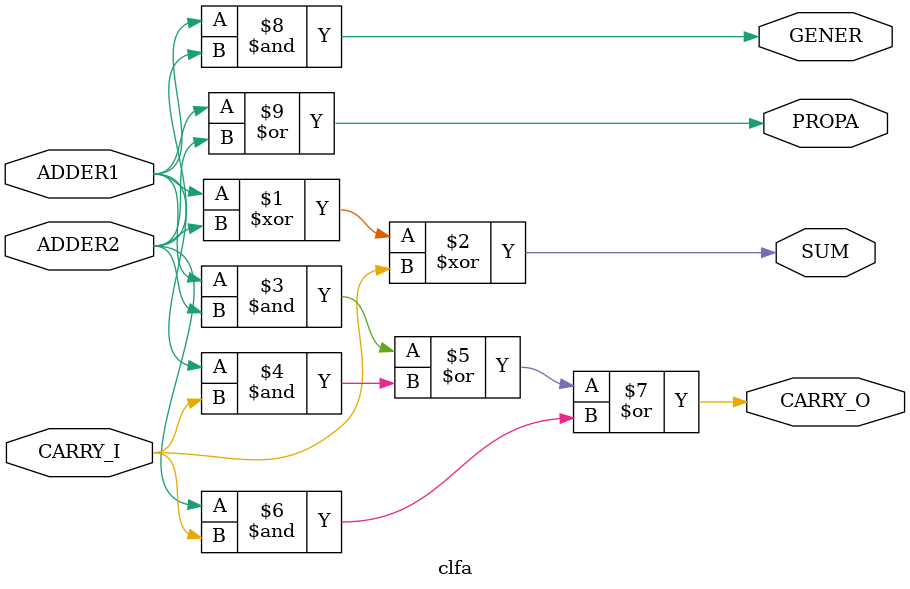
<source format=sv>
`timescale 1ns / 1ps
`include "defines.vh"

/* 1bit先行进位全加器模块 */
module clfa(
    input   logic ADDER1,
    input   logic ADDER2,
    input   logic CARRY_I,
    output  logic GENER,
    output  logic PROPA,
    output  logic SUM,
    output  logic CARRY_O
    );

    assign SUM = ADDER1 ^ ADDER2 ^ CARRY_I;
    assign CARRY_O = (ADDER1 & ADDER2) | (ADDER1 & CARRY_I) | (ADDER2 & CARRY_I);
    assign GENER = ADDER1 & ADDER2;
    assign PROPA = ADDER1 | ADDER2;
endmodule

</source>
